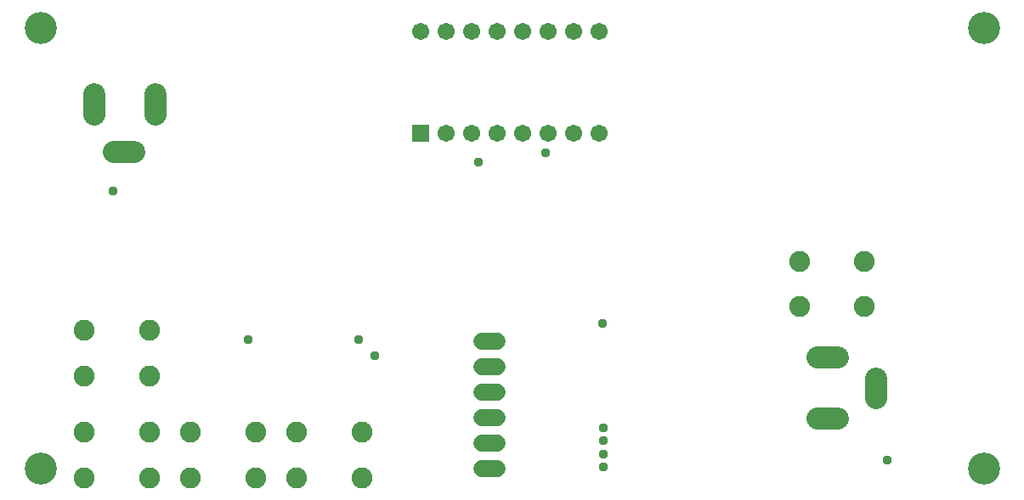
<source format=gbr>
G04 EAGLE Gerber RS-274X export*
G75*
%MOMM*%
%FSLAX34Y34*%
%LPD*%
%INSoldermask Bottom*%
%IPPOS*%
%AMOC8*
5,1,8,0,0,1.08239X$1,22.5*%
G01*
%ADD10C,3.203200*%
%ADD11C,2.203200*%
%ADD12C,2.082800*%
%ADD13R,1.711200X1.711200*%
%ADD14C,1.711200*%
%ADD15C,1.727200*%
%ADD16C,0.959600*%


D10*
X970000Y470000D03*
X970000Y30000D03*
X30000Y470000D03*
X30000Y30000D03*
D11*
X144300Y383700D02*
X144300Y403700D01*
X83300Y403700D02*
X83300Y383700D01*
X103300Y345700D02*
X123300Y345700D01*
X804500Y141100D02*
X824500Y141100D01*
X824500Y80100D02*
X804500Y80100D01*
X862500Y100100D02*
X862500Y120100D01*
D12*
X785988Y236806D03*
X851012Y236806D03*
X785988Y191594D03*
X851012Y191594D03*
X73588Y168106D03*
X138612Y168106D03*
X73588Y122894D03*
X138612Y122894D03*
X73588Y66406D03*
X138612Y66406D03*
X73588Y21194D03*
X138612Y21194D03*
X179538Y66406D03*
X244562Y66406D03*
X179538Y21194D03*
X244562Y21194D03*
X285488Y66406D03*
X350512Y66406D03*
X285488Y21194D03*
X350512Y21194D03*
D13*
X409000Y364400D03*
D14*
X434400Y364400D03*
X459800Y364400D03*
X485200Y364400D03*
X510600Y364400D03*
X536000Y364400D03*
X561400Y364400D03*
X586800Y364400D03*
X586800Y466000D03*
X561400Y466000D03*
X536000Y466000D03*
X510600Y466000D03*
X485200Y466000D03*
X459800Y466000D03*
X434400Y466000D03*
X409000Y466000D03*
D15*
X469380Y157500D02*
X484620Y157500D01*
X484620Y132100D02*
X469380Y132100D01*
X469380Y106700D02*
X484620Y106700D01*
X484620Y81300D02*
X469380Y81300D01*
X469380Y55900D02*
X484620Y55900D01*
X484620Y30500D02*
X469380Y30500D01*
D16*
X533000Y345000D03*
X466000Y336000D03*
X102000Y307000D03*
X874000Y39000D03*
X590000Y175000D03*
X591000Y45000D03*
X591000Y32000D03*
X363000Y143000D03*
X347000Y159000D03*
X591000Y58000D03*
X237000Y159000D03*
X591000Y71000D03*
M02*

</source>
